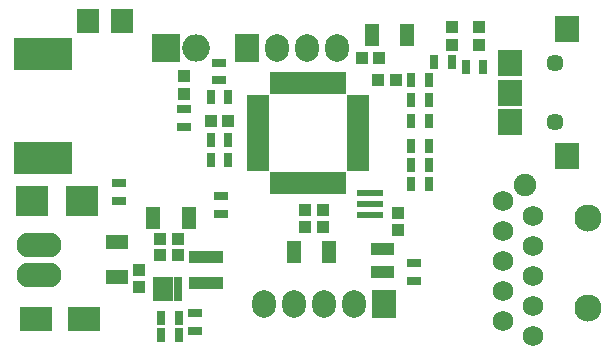
<source format=gts>
G04 #@! TF.FileFunction,Soldermask,Top*
%FSLAX46Y46*%
G04 Gerber Fmt 4.6, Leading zero omitted, Abs format (unit mm)*
G04 Created by KiCad (PCBNEW (2016-03-18 BZR 6629)-product) date Fr 15 Apr 2016 01:16:20 CEST*
%MOMM*%
G01*
G04 APERTURE LIST*
%ADD10C,0.100000*%
%ADD11O,3.800120X2.100860*%
%ADD12R,1.050000X1.100000*%
%ADD13R,1.900000X1.300000*%
%ADD14R,1.100000X1.050000*%
%ADD15R,1.300000X1.900000*%
%ADD16R,1.200000X0.800000*%
%ADD17R,0.800000X0.600000*%
%ADD18R,1.100000X1.180000*%
%ADD19R,0.800000X1.200000*%
%ADD20R,1.097560X1.097560*%
%ADD21R,0.850000X1.900000*%
%ADD22R,1.900000X0.850000*%
%ADD23R,2.027200X2.332000*%
%ADD24O,2.027200X2.332000*%
%ADD25C,2.300000*%
%ADD26R,0.698780X1.049300*%
%ADD27R,2.300000X0.600000*%
%ADD28R,2.799360X2.601240*%
%ADD29R,2.799360X2.100860*%
%ADD30R,1.897660X2.100860*%
%ADD31R,2.100000X2.200000*%
%ADD32C,1.450000*%
%ADD33R,2.332000X2.332000*%
%ADD34O,2.332000X2.332000*%
%ADD35R,3.000000X1.100000*%
%ADD36C,1.750000*%
%ADD37C,1.900000*%
%ADD38R,4.872000X2.713000*%
G04 APERTURE END LIST*
D10*
D11*
X115250000Y-118020000D03*
X115250000Y-115480000D03*
D12*
X123700000Y-119075000D03*
X123700000Y-117575000D03*
D13*
X121800000Y-118225000D03*
X121800000Y-115225000D03*
D14*
X126950000Y-116325000D03*
X125450000Y-116325000D03*
D15*
X127900000Y-113225000D03*
X124900000Y-113225000D03*
D16*
X130600000Y-112875000D03*
X130600000Y-111375000D03*
X128400000Y-121275000D03*
X128400000Y-122775000D03*
D17*
X125200000Y-118475000D03*
X125200000Y-118975000D03*
X125200000Y-119475000D03*
X125200000Y-119975000D03*
X127000000Y-119975000D03*
X127000000Y-119475000D03*
X127000000Y-118975000D03*
X127000000Y-118475000D03*
D18*
X126100000Y-119665000D03*
X126100000Y-118785000D03*
D14*
X126950000Y-115025000D03*
X125450000Y-115025000D03*
D16*
X122000000Y-111775000D03*
X122000000Y-110275000D03*
D19*
X127050000Y-123150000D03*
X125550000Y-123150000D03*
X127050000Y-121650000D03*
X125550000Y-121650000D03*
D14*
X142550000Y-99700000D03*
X144050000Y-99700000D03*
D12*
X137750000Y-112500000D03*
X137750000Y-114000000D03*
X139250000Y-112500000D03*
X139250000Y-114000000D03*
D14*
X143950000Y-101500000D03*
X145450000Y-101500000D03*
D15*
X146400000Y-97700000D03*
X143400000Y-97700000D03*
D14*
X131250000Y-105000000D03*
X129750000Y-105000000D03*
D15*
X139800000Y-116100000D03*
X136800000Y-116100000D03*
D12*
X145600000Y-114250000D03*
X145600000Y-112750000D03*
D20*
X150200000Y-98549300D03*
X150200000Y-97050700D03*
X152500000Y-98549300D03*
X152500000Y-97050700D03*
D21*
X135200000Y-110250000D03*
X136000000Y-110250000D03*
X136800000Y-110250000D03*
X137600000Y-110250000D03*
X138400000Y-110250000D03*
X139200000Y-110250000D03*
X140000000Y-110250000D03*
X140800000Y-110250000D03*
D22*
X142250000Y-108800000D03*
X142250000Y-108000000D03*
X142250000Y-107200000D03*
X142250000Y-106400000D03*
X142250000Y-105600000D03*
X142250000Y-104800000D03*
X142250000Y-104000000D03*
X142250000Y-103200000D03*
D21*
X140800000Y-101750000D03*
X140000000Y-101750000D03*
X139200000Y-101750000D03*
X138400000Y-101750000D03*
X137600000Y-101750000D03*
X136800000Y-101750000D03*
X136000000Y-101750000D03*
X135200000Y-101750000D03*
D22*
X133750000Y-103200000D03*
X133750000Y-104000000D03*
X133750000Y-104800000D03*
X133750000Y-105600000D03*
X133750000Y-106400000D03*
X133750000Y-107200000D03*
X133750000Y-108000000D03*
X133750000Y-108800000D03*
D23*
X144400000Y-120500000D03*
D24*
X141860000Y-120500000D03*
X139320000Y-120500000D03*
X136780000Y-120500000D03*
X134240000Y-120500000D03*
D23*
X132800000Y-98800000D03*
D24*
X135340000Y-98800000D03*
X137880000Y-98800000D03*
X140420000Y-98800000D03*
D16*
X147000000Y-117050000D03*
X147000000Y-118550000D03*
D19*
X131250000Y-103000000D03*
X129750000Y-103000000D03*
X148250000Y-105000000D03*
X146750000Y-105000000D03*
X148250000Y-103250000D03*
X146750000Y-103250000D03*
X148250000Y-101500000D03*
X146750000Y-101500000D03*
X129750000Y-106600000D03*
X131250000Y-106600000D03*
X129750000Y-108300000D03*
X131250000Y-108300000D03*
X152850000Y-100400000D03*
X151350000Y-100400000D03*
X150150000Y-100000000D03*
X148650000Y-100000000D03*
X148250000Y-107100000D03*
X146750000Y-107100000D03*
X148250000Y-108700000D03*
X146750000Y-108700000D03*
X148250000Y-110300000D03*
X146750000Y-110300000D03*
D25*
X161700000Y-113200160D03*
X161700000Y-120799840D03*
D26*
X143649760Y-117749960D03*
X144300000Y-117749960D03*
X144950240Y-117749960D03*
X144950240Y-115850040D03*
X144300000Y-115850040D03*
X143649760Y-115850040D03*
D27*
X143250000Y-111050000D03*
X143250000Y-112000000D03*
X143250000Y-112950000D03*
D28*
X118898840Y-111750000D03*
X114601160Y-111750000D03*
D29*
X115001020Y-121750000D03*
X118998980Y-121750000D03*
D30*
X122239720Y-96500000D03*
X119400000Y-96500000D03*
D31*
X155100000Y-102600000D03*
X155100000Y-100100000D03*
X155100000Y-105100000D03*
X159950000Y-97200000D03*
X159950000Y-108000000D03*
D32*
X158900000Y-105100000D03*
X158900000Y-100100000D03*
D33*
X126000000Y-98800000D03*
D34*
X128540000Y-98800000D03*
D35*
X129400000Y-116500000D03*
X129400000Y-118700000D03*
D16*
X127500000Y-104000000D03*
X127500000Y-105500000D03*
X130500000Y-100050000D03*
X130500000Y-101550000D03*
D12*
X127500000Y-102700000D03*
X127500000Y-101200000D03*
D36*
X154530000Y-111785000D03*
X157070000Y-113055000D03*
X154530000Y-114325000D03*
X157070000Y-115595000D03*
X154530000Y-116865000D03*
X157070000Y-118135000D03*
X154530000Y-119405000D03*
X157070000Y-120675000D03*
X154530000Y-121945000D03*
X157070000Y-123215000D03*
D37*
X156330000Y-110385000D03*
D38*
X115600000Y-108100000D03*
X115600000Y-99300000D03*
M02*

</source>
